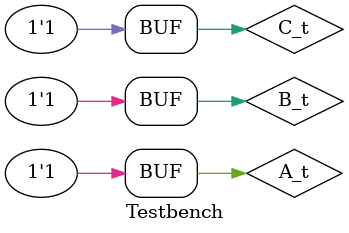
<source format=v>
module Circuit (A, B, C, O);
	
	input A, B, C;
	output O;
	reg O;
		always@ (A or B or C)
	begin
		O = (((~A) | B) & C) ^ (((~B) ^ C) & A);
	end
	
endmodule

module Testbench;
	
	reg A_t, B_t, C_t;
	wire O_t; 

	Circuit Circuit_1(A_t, B_t, C_t, O_t);

	initial
	begin
		A_t = 0; B_t = 0; C_t = 0;
		#1 A_t = 0; B_t = 0; C_t = 1;
		#1 A_t = 0; B_t = 1; C_t = 0;
		#1 A_t = 0; B_t = 1; C_t = 1;
		#1 A_t = 1; B_t = 0; C_t = 0;
		#1 A_t = 1; B_t = 0; C_t = 1;
		#1 A_t = 1; B_t = 1; C_t = 0;
		#1 A_t = 1; B_t = 1; C_t = 1;
	end
	
	initial begin
		$monitor("A_t = %b  B_t = %b  C_t = %b 	O_t = %b", A_t, B_t, C_t, O_t); 
	end

endmodule


</source>
